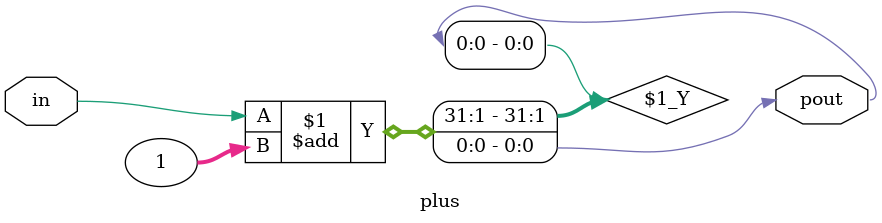
<source format=v>
module plus(
    input wire in,
    output wire pout
);
    assign pout = in + 1;
endmodule
</source>
